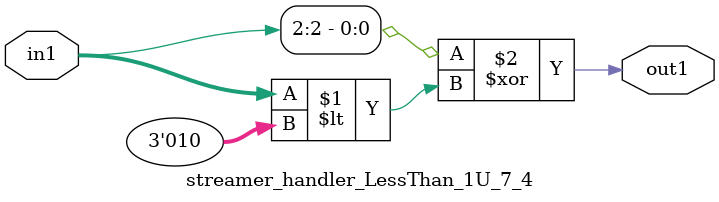
<source format=v>

`timescale 1ps / 1ps


module streamer_handler_LessThan_1U_7_4( in1, out1 );

    input [2:0] in1;
    output out1;

    
    // rtl_process:streamer_handler_LessThan_1U_7_4/streamer_handler_LessThan_1U_7_4_thread_1
    assign out1 = (in1[2] ^ in1 < 3'd2);

endmodule


</source>
